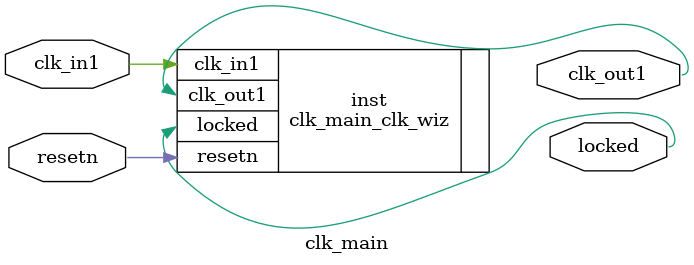
<source format=v>


`timescale 1ps/1ps

(* CORE_GENERATION_INFO = "clk_main,clk_wiz_v6_0_4_0_0,{component_name=clk_main,use_phase_alignment=true,use_min_o_jitter=false,use_max_i_jitter=false,use_dyn_phase_shift=false,use_inclk_switchover=false,use_dyn_reconfig=false,enable_axi=0,feedback_source=FDBK_AUTO,PRIMITIVE=MMCM,num_out_clk=1,clkin1_period=20.000,clkin2_period=10.0,use_power_down=false,use_reset=true,use_locked=true,use_inclk_stopped=false,feedback_type=SINGLE,CLOCK_MGR_TYPE=NA,manual_override=false}" *)

module clk_main 
 (
  // Clock out ports
  output        clk_out1,
  // Status and control signals
  input         resetn,
  output        locked,
 // Clock in ports
  input         clk_in1
 );

  clk_main_clk_wiz inst
  (
  // Clock out ports  
  .clk_out1(clk_out1),
  // Status and control signals               
  .resetn(resetn), 
  .locked(locked),
 // Clock in ports
  .clk_in1(clk_in1)
  );

endmodule

</source>
